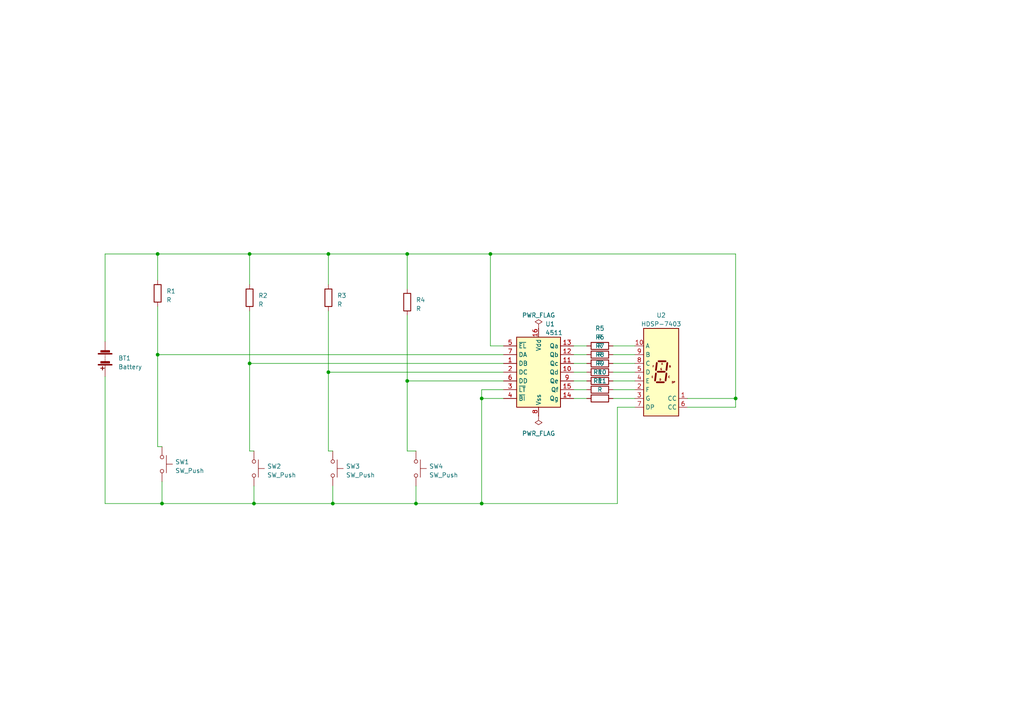
<source format=kicad_sch>
(kicad_sch (version 20230121) (generator eeschema)

  (uuid 82d1990c-3ec8-4627-8d25-6800d86eb12c)

  (paper "A4")

  (lib_symbols
    (symbol "4xxx_IEEE:4511" (in_bom yes) (on_board yes)
      (property "Reference" "U" (at 8.89 11.43 0)
        (effects (font (size 1.27 1.27)))
      )
      (property "Value" "4511" (at 8.89 -11.43 0)
        (effects (font (size 1.27 1.27)))
      )
      (property "Footprint" "" (at 0 0 0)
        (effects (font (size 1.27 1.27)) hide)
      )
      (property "Datasheet" "" (at 0 0 0)
        (effects (font (size 1.27 1.27)) hide)
      )
      (symbol "4511_0_1"
        (rectangle (start -6.35 10.16) (end 6.35 -10.16)
          (stroke (width 0.254) (type default))
          (fill (type background))
        )
      )
      (symbol "4511_1_1"
        (pin input line (at -10.16 2.54 0) (length 3.81)
          (name "DB" (effects (font (size 1.27 1.27))))
          (number "1" (effects (font (size 1.27 1.27))))
        )
        (pin output line (at 10.16 0 180) (length 3.81)
          (name "Qd" (effects (font (size 1.27 1.27))))
          (number "10" (effects (font (size 1.27 1.27))))
        )
        (pin output line (at 10.16 2.54 180) (length 3.81)
          (name "Qc" (effects (font (size 1.27 1.27))))
          (number "11" (effects (font (size 1.27 1.27))))
        )
        (pin output line (at 10.16 5.08 180) (length 3.81)
          (name "Qb" (effects (font (size 1.27 1.27))))
          (number "12" (effects (font (size 1.27 1.27))))
        )
        (pin output line (at 10.16 7.62 180) (length 3.81)
          (name "Qa" (effects (font (size 1.27 1.27))))
          (number "13" (effects (font (size 1.27 1.27))))
        )
        (pin output line (at 10.16 -7.62 180) (length 3.81)
          (name "Qg" (effects (font (size 1.27 1.27))))
          (number "14" (effects (font (size 1.27 1.27))))
        )
        (pin output line (at 10.16 -5.08 180) (length 3.81)
          (name "Qf" (effects (font (size 1.27 1.27))))
          (number "15" (effects (font (size 1.27 1.27))))
        )
        (pin power_in line (at 0 12.7 270) (length 2.54)
          (name "Vdd" (effects (font (size 1.27 1.27))))
          (number "16" (effects (font (size 1.27 1.27))))
        )
        (pin input line (at -10.16 0 0) (length 3.81)
          (name "DC" (effects (font (size 1.27 1.27))))
          (number "2" (effects (font (size 1.27 1.27))))
        )
        (pin input line (at -10.16 -5.08 0) (length 3.81)
          (name "~{LT}" (effects (font (size 1.27 1.27))))
          (number "3" (effects (font (size 1.27 1.27))))
        )
        (pin input line (at -10.16 -7.62 0) (length 3.81)
          (name "~{BI}" (effects (font (size 1.27 1.27))))
          (number "4" (effects (font (size 1.27 1.27))))
        )
        (pin input line (at -10.16 7.62 0) (length 3.81)
          (name "~{EL}" (effects (font (size 1.27 1.27))))
          (number "5" (effects (font (size 1.27 1.27))))
        )
        (pin input line (at -10.16 -2.54 0) (length 3.81)
          (name "DD" (effects (font (size 1.27 1.27))))
          (number "6" (effects (font (size 1.27 1.27))))
        )
        (pin input line (at -10.16 5.08 0) (length 3.81)
          (name "DA" (effects (font (size 1.27 1.27))))
          (number "7" (effects (font (size 1.27 1.27))))
        )
        (pin power_in line (at 0 -12.7 90) (length 2.54)
          (name "Vss" (effects (font (size 1.27 1.27))))
          (number "8" (effects (font (size 1.27 1.27))))
        )
        (pin output line (at 10.16 -2.54 180) (length 3.81)
          (name "Qe" (effects (font (size 1.27 1.27))))
          (number "9" (effects (font (size 1.27 1.27))))
        )
      )
    )
    (symbol "Device:Battery" (pin_numbers hide) (pin_names (offset 0) hide) (in_bom yes) (on_board yes)
      (property "Reference" "BT" (at 2.54 2.54 0)
        (effects (font (size 1.27 1.27)) (justify left))
      )
      (property "Value" "Battery" (at 2.54 0 0)
        (effects (font (size 1.27 1.27)) (justify left))
      )
      (property "Footprint" "" (at 0 1.524 90)
        (effects (font (size 1.27 1.27)) hide)
      )
      (property "Datasheet" "~" (at 0 1.524 90)
        (effects (font (size 1.27 1.27)) hide)
      )
      (property "ki_keywords" "batt voltage-source cell" (at 0 0 0)
        (effects (font (size 1.27 1.27)) hide)
      )
      (property "ki_description" "Multiple-cell battery" (at 0 0 0)
        (effects (font (size 1.27 1.27)) hide)
      )
      (symbol "Battery_0_1"
        (rectangle (start -2.032 -1.397) (end 2.032 -1.651)
          (stroke (width 0) (type default))
          (fill (type outline))
        )
        (rectangle (start -2.032 1.778) (end 2.032 1.524)
          (stroke (width 0) (type default))
          (fill (type outline))
        )
        (rectangle (start -1.3208 -1.9812) (end 1.27 -2.4892)
          (stroke (width 0) (type default))
          (fill (type outline))
        )
        (rectangle (start -1.3208 1.1938) (end 1.27 0.6858)
          (stroke (width 0) (type default))
          (fill (type outline))
        )
        (polyline
          (pts
            (xy 0 -1.524)
            (xy 0 -1.27)
          )
          (stroke (width 0) (type default))
          (fill (type none))
        )
        (polyline
          (pts
            (xy 0 -1.016)
            (xy 0 -0.762)
          )
          (stroke (width 0) (type default))
          (fill (type none))
        )
        (polyline
          (pts
            (xy 0 -0.508)
            (xy 0 -0.254)
          )
          (stroke (width 0) (type default))
          (fill (type none))
        )
        (polyline
          (pts
            (xy 0 0)
            (xy 0 0.254)
          )
          (stroke (width 0) (type default))
          (fill (type none))
        )
        (polyline
          (pts
            (xy 0 0.508)
            (xy 0 0.762)
          )
          (stroke (width 0) (type default))
          (fill (type none))
        )
        (polyline
          (pts
            (xy 0 1.778)
            (xy 0 2.54)
          )
          (stroke (width 0) (type default))
          (fill (type none))
        )
        (polyline
          (pts
            (xy 0.254 2.667)
            (xy 1.27 2.667)
          )
          (stroke (width 0.254) (type default))
          (fill (type none))
        )
        (polyline
          (pts
            (xy 0.762 3.175)
            (xy 0.762 2.159)
          )
          (stroke (width 0.254) (type default))
          (fill (type none))
        )
      )
      (symbol "Battery_1_1"
        (pin passive line (at 0 5.08 270) (length 2.54)
          (name "+" (effects (font (size 1.27 1.27))))
          (number "1" (effects (font (size 1.27 1.27))))
        )
        (pin passive line (at 0 -5.08 90) (length 2.54)
          (name "-" (effects (font (size 1.27 1.27))))
          (number "2" (effects (font (size 1.27 1.27))))
        )
      )
    )
    (symbol "Device:R" (pin_numbers hide) (pin_names (offset 0)) (in_bom yes) (on_board yes)
      (property "Reference" "R" (at 2.032 0 90)
        (effects (font (size 1.27 1.27)))
      )
      (property "Value" "R" (at 0 0 90)
        (effects (font (size 1.27 1.27)))
      )
      (property "Footprint" "" (at -1.778 0 90)
        (effects (font (size 1.27 1.27)) hide)
      )
      (property "Datasheet" "~" (at 0 0 0)
        (effects (font (size 1.27 1.27)) hide)
      )
      (property "ki_keywords" "R res resistor" (at 0 0 0)
        (effects (font (size 1.27 1.27)) hide)
      )
      (property "ki_description" "Resistor" (at 0 0 0)
        (effects (font (size 1.27 1.27)) hide)
      )
      (property "ki_fp_filters" "R_*" (at 0 0 0)
        (effects (font (size 1.27 1.27)) hide)
      )
      (symbol "R_0_1"
        (rectangle (start -1.016 -2.54) (end 1.016 2.54)
          (stroke (width 0.254) (type default))
          (fill (type none))
        )
      )
      (symbol "R_1_1"
        (pin passive line (at 0 3.81 270) (length 1.27)
          (name "~" (effects (font (size 1.27 1.27))))
          (number "1" (effects (font (size 1.27 1.27))))
        )
        (pin passive line (at 0 -3.81 90) (length 1.27)
          (name "~" (effects (font (size 1.27 1.27))))
          (number "2" (effects (font (size 1.27 1.27))))
        )
      )
    )
    (symbol "Display_Character:HDSP-7403" (in_bom yes) (on_board yes)
      (property "Reference" "U" (at -3.81 13.97 0)
        (effects (font (size 1.27 1.27)))
      )
      (property "Value" "HDSP-7403" (at 6.35 13.97 0)
        (effects (font (size 1.27 1.27)))
      )
      (property "Footprint" "Display_7Segment:HDSP-7401" (at 0 -13.97 0)
        (effects (font (size 1.27 1.27)) hide)
      )
      (property "Datasheet" "https://docs.broadcom.com/docs/AV02-2553EN" (at 0 0 0)
        (effects (font (size 1.27 1.27)) hide)
      )
      (property "ki_keywords" "display LED 7-segment" (at 0 0 0)
        (effects (font (size 1.27 1.27)) hide)
      )
      (property "ki_description" "One digit 7 segment yellow, common cathode" (at 0 0 0)
        (effects (font (size 1.27 1.27)) hide)
      )
      (property "ki_fp_filters" "HDSP?7401*" (at 0 0 0)
        (effects (font (size 1.27 1.27)) hide)
      )
      (symbol "HDSP-7403_1_0"
        (text "A" (at 0.254 2.413 0)
          (effects (font (size 0.508 0.508)))
        )
        (text "B" (at 2.54 1.651 0)
          (effects (font (size 0.508 0.508)))
        )
        (text "C" (at 2.286 -1.397 0)
          (effects (font (size 0.508 0.508)))
        )
        (text "D" (at -0.254 -2.159 0)
          (effects (font (size 0.508 0.508)))
        )
        (text "DP" (at 3.556 -2.921 0)
          (effects (font (size 0.508 0.508)))
        )
        (text "E" (at -2.54 -1.397 0)
          (effects (font (size 0.508 0.508)))
        )
        (text "F" (at -2.286 1.651 0)
          (effects (font (size 0.508 0.508)))
        )
        (text "G" (at 0 0.889 0)
          (effects (font (size 0.508 0.508)))
        )
      )
      (symbol "HDSP-7403_1_1"
        (rectangle (start -5.08 12.7) (end 5.08 -12.7)
          (stroke (width 0.254) (type default))
          (fill (type background))
        )
        (polyline
          (pts
            (xy -1.524 -0.381)
            (xy -1.778 -2.413)
          )
          (stroke (width 0.508) (type default))
          (fill (type none))
        )
        (polyline
          (pts
            (xy -1.27 -2.921)
            (xy 0.762 -2.921)
          )
          (stroke (width 0.508) (type default))
          (fill (type none))
        )
        (polyline
          (pts
            (xy -1.27 2.667)
            (xy -1.524 0.635)
          )
          (stroke (width 0.508) (type default))
          (fill (type none))
        )
        (polyline
          (pts
            (xy -1.016 0.127)
            (xy 1.016 0.127)
          )
          (stroke (width 0.508) (type default))
          (fill (type none))
        )
        (polyline
          (pts
            (xy -0.762 3.175)
            (xy 1.27 3.175)
          )
          (stroke (width 0.508) (type default))
          (fill (type none))
        )
        (polyline
          (pts
            (xy 1.524 -0.381)
            (xy 1.27 -2.413)
          )
          (stroke (width 0.508) (type default))
          (fill (type none))
        )
        (polyline
          (pts
            (xy 1.778 2.667)
            (xy 1.524 0.635)
          )
          (stroke (width 0.508) (type default))
          (fill (type none))
        )
        (polyline
          (pts
            (xy 2.54 -2.921)
            (xy 2.54 -2.921)
          )
          (stroke (width 0.508) (type default))
          (fill (type none))
        )
        (pin input line (at 7.62 -7.62 180) (length 2.54)
          (name "CC" (effects (font (size 1.27 1.27))))
          (number "1" (effects (font (size 1.27 1.27))))
        )
        (pin input line (at -7.62 7.62 0) (length 2.54)
          (name "A" (effects (font (size 1.27 1.27))))
          (number "10" (effects (font (size 1.27 1.27))))
        )
        (pin input line (at -7.62 -5.08 0) (length 2.54)
          (name "F" (effects (font (size 1.27 1.27))))
          (number "2" (effects (font (size 1.27 1.27))))
        )
        (pin input line (at -7.62 -7.62 0) (length 2.54)
          (name "G" (effects (font (size 1.27 1.27))))
          (number "3" (effects (font (size 1.27 1.27))))
        )
        (pin input line (at -7.62 -2.54 0) (length 2.54)
          (name "E" (effects (font (size 1.27 1.27))))
          (number "4" (effects (font (size 1.27 1.27))))
        )
        (pin input line (at -7.62 0 0) (length 2.54)
          (name "D" (effects (font (size 1.27 1.27))))
          (number "5" (effects (font (size 1.27 1.27))))
        )
        (pin input line (at 7.62 -10.16 180) (length 2.54)
          (name "CC" (effects (font (size 1.27 1.27))))
          (number "6" (effects (font (size 1.27 1.27))))
        )
        (pin input line (at -7.62 -10.16 0) (length 2.54)
          (name "DP" (effects (font (size 1.27 1.27))))
          (number "7" (effects (font (size 1.27 1.27))))
        )
        (pin input line (at -7.62 2.54 0) (length 2.54)
          (name "C" (effects (font (size 1.27 1.27))))
          (number "8" (effects (font (size 1.27 1.27))))
        )
        (pin input line (at -7.62 5.08 0) (length 2.54)
          (name "B" (effects (font (size 1.27 1.27))))
          (number "9" (effects (font (size 1.27 1.27))))
        )
      )
    )
    (symbol "Switch:SW_Push" (pin_numbers hide) (pin_names (offset 1.016) hide) (in_bom yes) (on_board yes)
      (property "Reference" "SW" (at 1.27 2.54 0)
        (effects (font (size 1.27 1.27)) (justify left))
      )
      (property "Value" "SW_Push" (at 0 -1.524 0)
        (effects (font (size 1.27 1.27)))
      )
      (property "Footprint" "" (at 0 5.08 0)
        (effects (font (size 1.27 1.27)) hide)
      )
      (property "Datasheet" "~" (at 0 5.08 0)
        (effects (font (size 1.27 1.27)) hide)
      )
      (property "ki_keywords" "switch normally-open pushbutton push-button" (at 0 0 0)
        (effects (font (size 1.27 1.27)) hide)
      )
      (property "ki_description" "Push button switch, generic, two pins" (at 0 0 0)
        (effects (font (size 1.27 1.27)) hide)
      )
      (symbol "SW_Push_0_1"
        (circle (center -2.032 0) (radius 0.508)
          (stroke (width 0) (type default))
          (fill (type none))
        )
        (polyline
          (pts
            (xy 0 1.27)
            (xy 0 3.048)
          )
          (stroke (width 0) (type default))
          (fill (type none))
        )
        (polyline
          (pts
            (xy 2.54 1.27)
            (xy -2.54 1.27)
          )
          (stroke (width 0) (type default))
          (fill (type none))
        )
        (circle (center 2.032 0) (radius 0.508)
          (stroke (width 0) (type default))
          (fill (type none))
        )
        (pin passive line (at -5.08 0 0) (length 2.54)
          (name "1" (effects (font (size 1.27 1.27))))
          (number "1" (effects (font (size 1.27 1.27))))
        )
        (pin passive line (at 5.08 0 180) (length 2.54)
          (name "2" (effects (font (size 1.27 1.27))))
          (number "2" (effects (font (size 1.27 1.27))))
        )
      )
    )
    (symbol "power:PWR_FLAG" (power) (pin_numbers hide) (pin_names (offset 0) hide) (in_bom yes) (on_board yes)
      (property "Reference" "#FLG" (at 0 1.905 0)
        (effects (font (size 1.27 1.27)) hide)
      )
      (property "Value" "PWR_FLAG" (at 0 3.81 0)
        (effects (font (size 1.27 1.27)))
      )
      (property "Footprint" "" (at 0 0 0)
        (effects (font (size 1.27 1.27)) hide)
      )
      (property "Datasheet" "~" (at 0 0 0)
        (effects (font (size 1.27 1.27)) hide)
      )
      (property "ki_keywords" "flag power" (at 0 0 0)
        (effects (font (size 1.27 1.27)) hide)
      )
      (property "ki_description" "Special symbol for telling ERC where power comes from" (at 0 0 0)
        (effects (font (size 1.27 1.27)) hide)
      )
      (symbol "PWR_FLAG_0_0"
        (pin power_out line (at 0 0 90) (length 0)
          (name "pwr" (effects (font (size 1.27 1.27))))
          (number "1" (effects (font (size 1.27 1.27))))
        )
      )
      (symbol "PWR_FLAG_0_1"
        (polyline
          (pts
            (xy 0 0)
            (xy 0 1.27)
            (xy -1.016 1.905)
            (xy 0 2.54)
            (xy 1.016 1.905)
            (xy 0 1.27)
          )
          (stroke (width 0) (type default))
          (fill (type none))
        )
      )
    )
  )

  (junction (at 72.39 105.41) (diameter 0) (color 0 0 0 0)
    (uuid 0c3b4db7-3964-412d-a030-75ac03f5c2b9)
  )
  (junction (at 118.11 110.49) (diameter 0) (color 0 0 0 0)
    (uuid 10ef8aec-cfdb-4aa1-86b4-6036729870be)
  )
  (junction (at 118.11 73.66) (diameter 0) (color 0 0 0 0)
    (uuid 18630ef0-40a8-4938-8d7b-e22ad9184be9)
  )
  (junction (at 139.7 115.57) (diameter 0) (color 0 0 0 0)
    (uuid 1e6b824a-8c65-44dc-a12b-ef347a04a48d)
  )
  (junction (at 45.72 102.87) (diameter 0) (color 0 0 0 0)
    (uuid 2ec5950b-cc74-4581-8307-f428cfc8cd1e)
  )
  (junction (at 139.7 146.05) (diameter 0) (color 0 0 0 0)
    (uuid 3878dec1-cca9-4f83-89c0-7d89b9df09ba)
  )
  (junction (at 73.66 146.05) (diameter 0) (color 0 0 0 0)
    (uuid 63d2d412-47e7-4eec-b85a-9452f394c2b5)
  )
  (junction (at 46.99 146.05) (diameter 0) (color 0 0 0 0)
    (uuid 93974e53-e6e5-489d-8a90-533068717efe)
  )
  (junction (at 45.72 73.66) (diameter 0) (color 0 0 0 0)
    (uuid 992707f2-fbdd-44b3-918b-3c0830b863ad)
  )
  (junction (at 95.25 107.95) (diameter 0) (color 0 0 0 0)
    (uuid bc3b9463-ffd5-439c-84af-22debe8752fb)
  )
  (junction (at 142.24 73.66) (diameter 0) (color 0 0 0 0)
    (uuid c1d6abe4-1e62-455d-b9da-bf2891ce25d0)
  )
  (junction (at 95.25 73.66) (diameter 0) (color 0 0 0 0)
    (uuid c681f5af-0ace-4d6b-9548-0fb3fda866f9)
  )
  (junction (at 72.39 73.66) (diameter 0) (color 0 0 0 0)
    (uuid d762eb98-9211-4a07-a60c-39c9685b552c)
  )
  (junction (at 213.36 115.57) (diameter 0) (color 0 0 0 0)
    (uuid df9650f9-280f-4c61-9376-b47618165a04)
  )
  (junction (at 96.52 146.05) (diameter 0) (color 0 0 0 0)
    (uuid dfa3da06-0d34-4ecf-8a7b-e8697d572361)
  )
  (junction (at 120.65 146.05) (diameter 0) (color 0 0 0 0)
    (uuid ed78ef86-02df-4098-a265-a2bb8e98d3f0)
  )

  (wire (pts (xy 30.48 109.22) (xy 30.48 146.05))
    (stroke (width 0) (type default))
    (uuid 002e8426-abcc-4148-9bf5-a149b8bce669)
  )
  (wire (pts (xy 213.36 115.57) (xy 199.39 115.57))
    (stroke (width 0) (type default))
    (uuid 00e58f68-043d-484c-ba95-e600489a921a)
  )
  (wire (pts (xy 142.24 73.66) (xy 213.36 73.66))
    (stroke (width 0) (type default))
    (uuid 0242ca5d-8cfb-46af-bd86-40fa7bd9cbb0)
  )
  (wire (pts (xy 139.7 113.03) (xy 146.05 113.03))
    (stroke (width 0) (type default))
    (uuid 08375102-7df4-48e7-8738-ab335c741421)
  )
  (wire (pts (xy 45.72 102.87) (xy 45.72 129.54))
    (stroke (width 0) (type default))
    (uuid 13531243-066c-415e-b14c-606ab58e5750)
  )
  (wire (pts (xy 95.25 90.17) (xy 95.25 107.95))
    (stroke (width 0) (type default))
    (uuid 1d3eba89-5dba-455e-86d5-78af8f6bb055)
  )
  (wire (pts (xy 45.72 129.54) (xy 46.99 129.54))
    (stroke (width 0) (type default))
    (uuid 1f54b3e3-b23c-476e-afcb-6232f44f1728)
  )
  (wire (pts (xy 72.39 73.66) (xy 95.25 73.66))
    (stroke (width 0) (type default))
    (uuid 2ad2076d-016b-4ea6-a147-36a6655ca855)
  )
  (wire (pts (xy 213.36 115.57) (xy 213.36 118.11))
    (stroke (width 0) (type default))
    (uuid 2cb8b304-1fbb-41d9-b25a-942755dec349)
  )
  (wire (pts (xy 177.8 105.41) (xy 184.15 105.41))
    (stroke (width 0) (type default))
    (uuid 2e270403-4d98-42b0-8c04-e045c3c760e4)
  )
  (wire (pts (xy 166.37 107.95) (xy 170.18 107.95))
    (stroke (width 0) (type default))
    (uuid 34f09e74-8746-443c-9f26-b2e82bab2ed2)
  )
  (wire (pts (xy 118.11 73.66) (xy 142.24 73.66))
    (stroke (width 0) (type default))
    (uuid 352c019c-9f0b-4cd4-996c-293191c3a52a)
  )
  (wire (pts (xy 30.48 99.06) (xy 30.48 73.66))
    (stroke (width 0) (type default))
    (uuid 40bfe7d6-4d1a-4085-be70-47743df8923c)
  )
  (wire (pts (xy 96.52 140.97) (xy 96.52 146.05))
    (stroke (width 0) (type default))
    (uuid 449d48da-e650-4c0f-a7d9-df2d6abecdb4)
  )
  (wire (pts (xy 46.99 146.05) (xy 73.66 146.05))
    (stroke (width 0) (type default))
    (uuid 4624253a-47c4-4db9-b307-01bb1a5b16f3)
  )
  (wire (pts (xy 118.11 83.82) (xy 118.11 73.66))
    (stroke (width 0) (type default))
    (uuid 47d9fb3f-58fa-49f0-860f-d5d25ac1f2f8)
  )
  (wire (pts (xy 166.37 102.87) (xy 170.18 102.87))
    (stroke (width 0) (type default))
    (uuid 4a90b1c6-6b1a-4f1d-a602-653d19090e98)
  )
  (wire (pts (xy 95.25 130.81) (xy 96.52 130.81))
    (stroke (width 0) (type default))
    (uuid 522cc87e-fe73-4290-b563-9680c45c0ea3)
  )
  (wire (pts (xy 166.37 115.57) (xy 170.18 115.57))
    (stroke (width 0) (type default))
    (uuid 524e2431-9067-4abe-a564-9b1134fe6f46)
  )
  (wire (pts (xy 166.37 100.33) (xy 170.18 100.33))
    (stroke (width 0) (type default))
    (uuid 588faa0f-461f-42fb-b876-cedb1cbd49d3)
  )
  (wire (pts (xy 213.36 73.66) (xy 213.36 115.57))
    (stroke (width 0) (type default))
    (uuid 5d01c42e-dc67-4a9f-8359-2919abd14065)
  )
  (wire (pts (xy 139.7 115.57) (xy 146.05 115.57))
    (stroke (width 0) (type default))
    (uuid 639431ae-7ce3-4af3-b8a2-04f015017522)
  )
  (wire (pts (xy 120.65 146.05) (xy 139.7 146.05))
    (stroke (width 0) (type default))
    (uuid 686260ed-367a-4289-9d4c-57662ea7cb74)
  )
  (wire (pts (xy 118.11 91.44) (xy 118.11 110.49))
    (stroke (width 0) (type default))
    (uuid 6a4e4fb4-42c0-4ed7-b834-a2c5d6251b2c)
  )
  (wire (pts (xy 95.25 107.95) (xy 146.05 107.95))
    (stroke (width 0) (type default))
    (uuid 6b28ad28-c616-4f13-8b5c-006a6891b604)
  )
  (wire (pts (xy 118.11 130.81) (xy 120.65 130.81))
    (stroke (width 0) (type default))
    (uuid 6e420f2c-7469-484a-b5dc-938776f8db92)
  )
  (wire (pts (xy 46.99 139.7) (xy 46.99 146.05))
    (stroke (width 0) (type default))
    (uuid 70057034-03eb-4aab-8596-5f3719a7303c)
  )
  (wire (pts (xy 177.8 107.95) (xy 184.15 107.95))
    (stroke (width 0) (type default))
    (uuid 7214aaf9-159e-4835-abd6-3195d38ad4c4)
  )
  (wire (pts (xy 72.39 90.17) (xy 72.39 105.41))
    (stroke (width 0) (type default))
    (uuid 728c43cb-3ed6-4daa-8789-2c12320dfced)
  )
  (wire (pts (xy 166.37 105.41) (xy 170.18 105.41))
    (stroke (width 0) (type default))
    (uuid 749c1f1e-a0ff-406e-a7db-ad8b8122b658)
  )
  (wire (pts (xy 139.7 146.05) (xy 139.7 115.57))
    (stroke (width 0) (type default))
    (uuid 7d398a84-5199-49e2-8d09-1117042f0aa4)
  )
  (wire (pts (xy 177.8 115.57) (xy 184.15 115.57))
    (stroke (width 0) (type default))
    (uuid 7fae4f5d-d41c-4199-90f1-8c9d116022ec)
  )
  (wire (pts (xy 120.65 140.97) (xy 120.65 146.05))
    (stroke (width 0) (type default))
    (uuid 854ff5ed-e89a-4802-b10b-a7860385b4d8)
  )
  (wire (pts (xy 142.24 100.33) (xy 142.24 73.66))
    (stroke (width 0) (type default))
    (uuid 89ebf270-cdff-41a3-ada9-0afa3e8fc7a6)
  )
  (wire (pts (xy 177.8 100.33) (xy 184.15 100.33))
    (stroke (width 0) (type default))
    (uuid 8d75224e-9182-4758-866a-58fbef20ed69)
  )
  (wire (pts (xy 73.66 140.97) (xy 73.66 146.05))
    (stroke (width 0) (type default))
    (uuid 91d79bca-3af4-4bfb-a756-8c22a00e959e)
  )
  (wire (pts (xy 139.7 146.05) (xy 179.07 146.05))
    (stroke (width 0) (type default))
    (uuid 9682a8a6-c6a4-453e-aa86-a72106042979)
  )
  (wire (pts (xy 95.25 73.66) (xy 95.25 82.55))
    (stroke (width 0) (type default))
    (uuid 9843f40b-51dc-4da8-8aba-48bb4eb49e36)
  )
  (wire (pts (xy 179.07 146.05) (xy 179.07 118.11))
    (stroke (width 0) (type default))
    (uuid a33b8067-159a-47bb-bc05-808880a61d7c)
  )
  (wire (pts (xy 166.37 110.49) (xy 170.18 110.49))
    (stroke (width 0) (type default))
    (uuid a3645c3e-1ce2-49a1-bf6f-330926ae1070)
  )
  (wire (pts (xy 146.05 102.87) (xy 45.72 102.87))
    (stroke (width 0) (type default))
    (uuid a5dfca35-b665-4d34-965a-54877f3b0a7d)
  )
  (wire (pts (xy 95.25 73.66) (xy 118.11 73.66))
    (stroke (width 0) (type default))
    (uuid a6787d77-9fc0-441c-b02e-fbee0936a91e)
  )
  (wire (pts (xy 45.72 73.66) (xy 72.39 73.66))
    (stroke (width 0) (type default))
    (uuid b0b2ab5e-a36d-4cc3-a272-5853486efd8c)
  )
  (wire (pts (xy 139.7 115.57) (xy 139.7 113.03))
    (stroke (width 0) (type default))
    (uuid b90e9ecb-769e-4796-b68b-106c918d16eb)
  )
  (wire (pts (xy 72.39 73.66) (xy 72.39 82.55))
    (stroke (width 0) (type default))
    (uuid b9bc7a1e-c9ec-400a-889d-b5849bee361e)
  )
  (wire (pts (xy 95.25 107.95) (xy 95.25 130.81))
    (stroke (width 0) (type default))
    (uuid bc0b0d1d-4c7c-43fd-9239-007c9a835e9b)
  )
  (wire (pts (xy 72.39 105.41) (xy 72.39 130.81))
    (stroke (width 0) (type default))
    (uuid bc95e2ef-742b-456c-b2a5-5ed5ba256e2d)
  )
  (wire (pts (xy 30.48 73.66) (xy 45.72 73.66))
    (stroke (width 0) (type default))
    (uuid bf0fc509-41f8-42c7-a644-abbf4ee92358)
  )
  (wire (pts (xy 177.8 110.49) (xy 184.15 110.49))
    (stroke (width 0) (type default))
    (uuid c0f4eec8-d3e6-4beb-ad8d-6b95264aec6a)
  )
  (wire (pts (xy 177.8 113.03) (xy 184.15 113.03))
    (stroke (width 0) (type default))
    (uuid c1023cc9-6ec2-40b5-8a64-5e8180261d0b)
  )
  (wire (pts (xy 166.37 113.03) (xy 170.18 113.03))
    (stroke (width 0) (type default))
    (uuid c21d0d48-8242-43d3-9cb9-9a3a0ed56de4)
  )
  (wire (pts (xy 96.52 146.05) (xy 120.65 146.05))
    (stroke (width 0) (type default))
    (uuid c3520279-6d44-449b-a11a-e6a4fc1118a7)
  )
  (wire (pts (xy 177.8 102.87) (xy 184.15 102.87))
    (stroke (width 0) (type default))
    (uuid c802fe05-2cca-47f4-9b54-7cd792252f21)
  )
  (wire (pts (xy 199.39 118.11) (xy 213.36 118.11))
    (stroke (width 0) (type default))
    (uuid c9eb79c5-ef16-492c-9d73-a938d6a429bb)
  )
  (wire (pts (xy 146.05 100.33) (xy 142.24 100.33))
    (stroke (width 0) (type default))
    (uuid caf357e8-3a14-4dc9-9e36-583ff4d73268)
  )
  (wire (pts (xy 179.07 118.11) (xy 184.15 118.11))
    (stroke (width 0) (type default))
    (uuid d0a3efd6-60f0-4a4f-82a5-602f284772ab)
  )
  (wire (pts (xy 73.66 146.05) (xy 96.52 146.05))
    (stroke (width 0) (type default))
    (uuid db026945-bc04-495e-8209-0068c63c4c6e)
  )
  (wire (pts (xy 118.11 110.49) (xy 118.11 130.81))
    (stroke (width 0) (type default))
    (uuid dde7f2fd-2202-4c62-953d-9682c3f524b0)
  )
  (wire (pts (xy 30.48 146.05) (xy 46.99 146.05))
    (stroke (width 0) (type default))
    (uuid de54ad14-b253-4f44-83a9-9c08ee49a1d7)
  )
  (wire (pts (xy 72.39 130.81) (xy 73.66 130.81))
    (stroke (width 0) (type default))
    (uuid e213ae86-3efd-4b21-8b23-316c999bd8f1)
  )
  (wire (pts (xy 45.72 88.9) (xy 45.72 102.87))
    (stroke (width 0) (type default))
    (uuid eb9808fb-d7b9-40eb-bcca-b931200dbcd0)
  )
  (wire (pts (xy 45.72 73.66) (xy 45.72 81.28))
    (stroke (width 0) (type default))
    (uuid f05a53ea-7573-41d5-9526-d22b3ee0cd6c)
  )
  (wire (pts (xy 146.05 110.49) (xy 118.11 110.49))
    (stroke (width 0) (type default))
    (uuid f665b0d5-1f48-49be-bbc8-4b69ca975d1b)
  )
  (wire (pts (xy 72.39 105.41) (xy 146.05 105.41))
    (stroke (width 0) (type default))
    (uuid f823e28d-0ce8-4d21-9892-60ec591f181f)
  )

  (symbol (lib_id "Device:R") (at 173.99 115.57 90) (unit 1)
    (in_bom yes) (on_board yes) (dnp no) (fields_autoplaced)
    (uuid 0299403a-263a-4971-99c3-5c0c2353b770)
    (property "Reference" "R11" (at 173.99 110.49 90)
      (effects (font (size 1.27 1.27)))
    )
    (property "Value" "R" (at 173.99 113.03 90)
      (effects (font (size 1.27 1.27)))
    )
    (property "Footprint" "" (at 173.99 117.348 90)
      (effects (font (size 1.27 1.27)) hide)
    )
    (property "Datasheet" "~" (at 173.99 115.57 0)
      (effects (font (size 1.27 1.27)) hide)
    )
    (pin "1" (uuid 1adb2a11-6be2-477e-b224-3af384c868d8))
    (pin "2" (uuid 99ce7fc1-b9c4-4d9e-8e97-a4aa4068104b))
    (instances
      (project "7 segment"
        (path "/82d1990c-3ec8-4627-8d25-6800d86eb12c"
          (reference "R11") (unit 1)
        )
      )
    )
  )

  (symbol (lib_id "Switch:SW_Push") (at 120.65 135.89 270) (unit 1)
    (in_bom yes) (on_board yes) (dnp no) (fields_autoplaced)
    (uuid 0e0eb2f2-3f6c-4a5e-8730-f0df8293108f)
    (property "Reference" "SW4" (at 124.46 135.255 90)
      (effects (font (size 1.27 1.27)) (justify left))
    )
    (property "Value" "SW_Push" (at 124.46 137.795 90)
      (effects (font (size 1.27 1.27)) (justify left))
    )
    (property "Footprint" "" (at 125.73 135.89 0)
      (effects (font (size 1.27 1.27)) hide)
    )
    (property "Datasheet" "~" (at 125.73 135.89 0)
      (effects (font (size 1.27 1.27)) hide)
    )
    (pin "1" (uuid 94796edd-1c1d-4f25-a973-5433032d8ed4))
    (pin "2" (uuid 47ab21c7-74b5-4dc3-8b34-185d8ed07be8))
    (instances
      (project "7 segment"
        (path "/82d1990c-3ec8-4627-8d25-6800d86eb12c"
          (reference "SW4") (unit 1)
        )
      )
    )
  )

  (symbol (lib_id "power:PWR_FLAG") (at 156.21 95.25 0) (unit 1)
    (in_bom yes) (on_board yes) (dnp no) (fields_autoplaced)
    (uuid 119afecb-6e9a-46a7-a617-fdfd005b36a0)
    (property "Reference" "#FLG01" (at 156.21 93.345 0)
      (effects (font (size 1.27 1.27)) hide)
    )
    (property "Value" "PWR_FLAG" (at 156.21 91.44 0)
      (effects (font (size 1.27 1.27)))
    )
    (property "Footprint" "" (at 156.21 95.25 0)
      (effects (font (size 1.27 1.27)) hide)
    )
    (property "Datasheet" "~" (at 156.21 95.25 0)
      (effects (font (size 1.27 1.27)) hide)
    )
    (pin "1" (uuid 231e7c6f-f9f5-4574-98d5-e8a8d33fe0a1))
    (instances
      (project "7 segment"
        (path "/82d1990c-3ec8-4627-8d25-6800d86eb12c"
          (reference "#FLG01") (unit 1)
        )
      )
    )
  )

  (symbol (lib_id "Switch:SW_Push") (at 96.52 135.89 270) (unit 1)
    (in_bom yes) (on_board yes) (dnp no) (fields_autoplaced)
    (uuid 3e712128-29b6-49b6-951c-2b757796afaa)
    (property "Reference" "SW3" (at 100.33 135.255 90)
      (effects (font (size 1.27 1.27)) (justify left))
    )
    (property "Value" "SW_Push" (at 100.33 137.795 90)
      (effects (font (size 1.27 1.27)) (justify left))
    )
    (property "Footprint" "" (at 101.6 135.89 0)
      (effects (font (size 1.27 1.27)) hide)
    )
    (property "Datasheet" "~" (at 101.6 135.89 0)
      (effects (font (size 1.27 1.27)) hide)
    )
    (pin "1" (uuid ac000fc5-e15a-4e6c-9e18-6b69e1f91181))
    (pin "2" (uuid e1e649a9-fcad-4e12-a422-79ddb6be6a0a))
    (instances
      (project "7 segment"
        (path "/82d1990c-3ec8-4627-8d25-6800d86eb12c"
          (reference "SW3") (unit 1)
        )
      )
    )
  )

  (symbol (lib_id "Device:Battery") (at 30.48 104.14 180) (unit 1)
    (in_bom yes) (on_board yes) (dnp no) (fields_autoplaced)
    (uuid 4c377f29-0a7c-4d61-a789-48950abc9c8b)
    (property "Reference" "BT1" (at 34.29 103.886 0)
      (effects (font (size 1.27 1.27)) (justify right))
    )
    (property "Value" "Battery" (at 34.29 106.426 0)
      (effects (font (size 1.27 1.27)) (justify right))
    )
    (property "Footprint" "" (at 30.48 105.664 90)
      (effects (font (size 1.27 1.27)) hide)
    )
    (property "Datasheet" "~" (at 30.48 105.664 90)
      (effects (font (size 1.27 1.27)) hide)
    )
    (pin "1" (uuid 0a971a04-ab5c-40d8-a234-17b8262eda24))
    (pin "2" (uuid c2f36517-ee4c-40ab-8b0b-f894ec0e9161))
    (instances
      (project "7 segment"
        (path "/82d1990c-3ec8-4627-8d25-6800d86eb12c"
          (reference "BT1") (unit 1)
        )
      )
    )
  )

  (symbol (lib_id "Device:R") (at 173.99 113.03 90) (unit 1)
    (in_bom yes) (on_board yes) (dnp no) (fields_autoplaced)
    (uuid 56871411-5c29-4603-98c8-4942c4f268ea)
    (property "Reference" "R10" (at 173.99 107.95 90)
      (effects (font (size 1.27 1.27)))
    )
    (property "Value" "R" (at 173.99 110.49 90)
      (effects (font (size 1.27 1.27)))
    )
    (property "Footprint" "" (at 173.99 114.808 90)
      (effects (font (size 1.27 1.27)) hide)
    )
    (property "Datasheet" "~" (at 173.99 113.03 0)
      (effects (font (size 1.27 1.27)) hide)
    )
    (pin "1" (uuid c8602836-00eb-4625-884d-224166de821d))
    (pin "2" (uuid fd9938df-e3e8-4ea0-b599-944c39b7d716))
    (instances
      (project "7 segment"
        (path "/82d1990c-3ec8-4627-8d25-6800d86eb12c"
          (reference "R10") (unit 1)
        )
      )
    )
  )

  (symbol (lib_id "Device:R") (at 173.99 100.33 90) (unit 1)
    (in_bom yes) (on_board yes) (dnp no) (fields_autoplaced)
    (uuid 650b27e5-bb95-408f-86ab-977371590b7e)
    (property "Reference" "R5" (at 173.99 95.25 90)
      (effects (font (size 1.27 1.27)))
    )
    (property "Value" "R" (at 173.99 97.79 90)
      (effects (font (size 1.27 1.27)))
    )
    (property "Footprint" "" (at 173.99 102.108 90)
      (effects (font (size 1.27 1.27)) hide)
    )
    (property "Datasheet" "~" (at 173.99 100.33 0)
      (effects (font (size 1.27 1.27)) hide)
    )
    (pin "1" (uuid 98d12862-fbbe-4850-87ff-eaa768ec30d4))
    (pin "2" (uuid 415459f9-ea44-4c1a-91aa-9ee0267dbe12))
    (instances
      (project "7 segment"
        (path "/82d1990c-3ec8-4627-8d25-6800d86eb12c"
          (reference "R5") (unit 1)
        )
      )
    )
  )

  (symbol (lib_id "Device:R") (at 72.39 86.36 0) (unit 1)
    (in_bom yes) (on_board yes) (dnp no) (fields_autoplaced)
    (uuid 6c82c3aa-5082-42b2-a015-e230223dbd04)
    (property "Reference" "R2" (at 74.93 85.725 0)
      (effects (font (size 1.27 1.27)) (justify left))
    )
    (property "Value" "R" (at 74.93 88.265 0)
      (effects (font (size 1.27 1.27)) (justify left))
    )
    (property "Footprint" "" (at 70.612 86.36 90)
      (effects (font (size 1.27 1.27)) hide)
    )
    (property "Datasheet" "~" (at 72.39 86.36 0)
      (effects (font (size 1.27 1.27)) hide)
    )
    (pin "1" (uuid 0716f48c-24d8-452a-bde3-bf16f8fdb29f))
    (pin "2" (uuid 7391070d-77cd-4596-8f3c-c961f7329e4f))
    (instances
      (project "7 segment"
        (path "/82d1990c-3ec8-4627-8d25-6800d86eb12c"
          (reference "R2") (unit 1)
        )
      )
    )
  )

  (symbol (lib_id "power:PWR_FLAG") (at 156.21 120.65 180) (unit 1)
    (in_bom yes) (on_board yes) (dnp no) (fields_autoplaced)
    (uuid 86430fb4-b134-45cd-9740-f5b0dcd4da2d)
    (property "Reference" "#FLG02" (at 156.21 122.555 0)
      (effects (font (size 1.27 1.27)) hide)
    )
    (property "Value" "PWR_FLAG" (at 156.21 125.73 0)
      (effects (font (size 1.27 1.27)))
    )
    (property "Footprint" "" (at 156.21 120.65 0)
      (effects (font (size 1.27 1.27)) hide)
    )
    (property "Datasheet" "~" (at 156.21 120.65 0)
      (effects (font (size 1.27 1.27)) hide)
    )
    (pin "1" (uuid 7f56c1b1-48f1-4583-97bb-cdf0092c203e))
    (instances
      (project "7 segment"
        (path "/82d1990c-3ec8-4627-8d25-6800d86eb12c"
          (reference "#FLG02") (unit 1)
        )
      )
    )
  )

  (symbol (lib_id "Device:R") (at 95.25 86.36 0) (unit 1)
    (in_bom yes) (on_board yes) (dnp no) (fields_autoplaced)
    (uuid 893e4d82-9284-4ab2-adfc-8dfb14fb94f6)
    (property "Reference" "R3" (at 97.79 85.725 0)
      (effects (font (size 1.27 1.27)) (justify left))
    )
    (property "Value" "R" (at 97.79 88.265 0)
      (effects (font (size 1.27 1.27)) (justify left))
    )
    (property "Footprint" "" (at 93.472 86.36 90)
      (effects (font (size 1.27 1.27)) hide)
    )
    (property "Datasheet" "~" (at 95.25 86.36 0)
      (effects (font (size 1.27 1.27)) hide)
    )
    (pin "1" (uuid 35c5f970-d826-438a-86c9-1210fe9b0506))
    (pin "2" (uuid 270d24cb-27d0-4bb9-b020-e9d355bf7aa2))
    (instances
      (project "7 segment"
        (path "/82d1990c-3ec8-4627-8d25-6800d86eb12c"
          (reference "R3") (unit 1)
        )
      )
    )
  )

  (symbol (lib_id "Device:R") (at 173.99 102.87 90) (unit 1)
    (in_bom yes) (on_board yes) (dnp no) (fields_autoplaced)
    (uuid 8fa03184-a77a-48bf-b671-d59f48df15a9)
    (property "Reference" "R6" (at 173.99 97.79 90)
      (effects (font (size 1.27 1.27)))
    )
    (property "Value" "R" (at 173.99 100.33 90)
      (effects (font (size 1.27 1.27)))
    )
    (property "Footprint" "" (at 173.99 104.648 90)
      (effects (font (size 1.27 1.27)) hide)
    )
    (property "Datasheet" "~" (at 173.99 102.87 0)
      (effects (font (size 1.27 1.27)) hide)
    )
    (pin "1" (uuid 8ad72299-a451-4504-8a6a-55c6007fa414))
    (pin "2" (uuid fe428897-d21d-4799-8952-58d56e0d1b4c))
    (instances
      (project "7 segment"
        (path "/82d1990c-3ec8-4627-8d25-6800d86eb12c"
          (reference "R6") (unit 1)
        )
      )
    )
  )

  (symbol (lib_id "Display_Character:HDSP-7403") (at 191.77 107.95 0) (unit 1)
    (in_bom yes) (on_board yes) (dnp no) (fields_autoplaced)
    (uuid 93a0bff7-2537-40c3-876d-fa16104ff54e)
    (property "Reference" "U2" (at 191.77 91.44 0)
      (effects (font (size 1.27 1.27)))
    )
    (property "Value" "HDSP-7403" (at 191.77 93.98 0)
      (effects (font (size 1.27 1.27)))
    )
    (property "Footprint" "Display_7Segment:HDSP-7401" (at 191.77 121.92 0)
      (effects (font (size 1.27 1.27)) hide)
    )
    (property "Datasheet" "https://docs.broadcom.com/docs/AV02-2553EN" (at 191.77 107.95 0)
      (effects (font (size 1.27 1.27)) hide)
    )
    (pin "1" (uuid 24f2d729-a10d-4948-92ad-2d448c91b14f))
    (pin "10" (uuid d6651847-c1f0-4e8a-9b08-a439ed4c8f0c))
    (pin "2" (uuid 41e902e3-97eb-4208-940b-b5866c1da295))
    (pin "3" (uuid ccd3429f-e309-41e9-b194-eac8c25f045d))
    (pin "4" (uuid 7fa14fb7-f6ab-4cb0-a5be-258f56ed59bf))
    (pin "5" (uuid 2a5deb7d-0669-4671-ad49-6be0d58d921a))
    (pin "6" (uuid 072b9d6a-d507-4629-aeb9-79cf0b5f1d53))
    (pin "7" (uuid 22f6ce62-ec83-4c84-806f-20f6d26a8f5e))
    (pin "8" (uuid 6beca67d-1734-4878-8e13-af256b6cf3c5))
    (pin "9" (uuid 1d80f3e5-7ecb-4b26-8cb2-60f6a750fd78))
    (instances
      (project "7 segment"
        (path "/82d1990c-3ec8-4627-8d25-6800d86eb12c"
          (reference "U2") (unit 1)
        )
      )
    )
  )

  (symbol (lib_id "Device:R") (at 173.99 110.49 90) (unit 1)
    (in_bom yes) (on_board yes) (dnp no) (fields_autoplaced)
    (uuid 93e52f3b-717f-4285-8764-443feb56e1ce)
    (property "Reference" "R9" (at 173.99 105.41 90)
      (effects (font (size 1.27 1.27)))
    )
    (property "Value" "R" (at 173.99 107.95 90)
      (effects (font (size 1.27 1.27)))
    )
    (property "Footprint" "" (at 173.99 112.268 90)
      (effects (font (size 1.27 1.27)) hide)
    )
    (property "Datasheet" "~" (at 173.99 110.49 0)
      (effects (font (size 1.27 1.27)) hide)
    )
    (pin "1" (uuid 2b2bd99d-7440-47cd-8fe0-6b00d0af1cc2))
    (pin "2" (uuid 1d3d1f35-fa2b-4e8d-916c-374d85587cf6))
    (instances
      (project "7 segment"
        (path "/82d1990c-3ec8-4627-8d25-6800d86eb12c"
          (reference "R9") (unit 1)
        )
      )
    )
  )

  (symbol (lib_id "4xxx_IEEE:4511") (at 156.21 107.95 0) (unit 1)
    (in_bom yes) (on_board yes) (dnp no) (fields_autoplaced)
    (uuid 9a153c3a-4d41-4a0c-b1af-6fa24775b38a)
    (property "Reference" "U1" (at 158.1659 93.98 0)
      (effects (font (size 1.27 1.27)) (justify left))
    )
    (property "Value" "4511" (at 158.1659 96.52 0)
      (effects (font (size 1.27 1.27)) (justify left))
    )
    (property "Footprint" "" (at 156.21 107.95 0)
      (effects (font (size 1.27 1.27)) hide)
    )
    (property "Datasheet" "" (at 156.21 107.95 0)
      (effects (font (size 1.27 1.27)) hide)
    )
    (pin "1" (uuid 7dd8efd1-4ac0-4f0b-af9a-855107b4a350))
    (pin "10" (uuid ada2d84e-53e8-4531-8225-e3351f298386))
    (pin "11" (uuid 8aa3828a-7d84-450f-8f19-50efefcdbb12))
    (pin "12" (uuid 85151322-946e-44ca-be9c-a5cd751a3dc9))
    (pin "13" (uuid e3344310-c815-4096-9fbf-af731d6b2295))
    (pin "14" (uuid 674d549f-612a-44e4-87e0-c31a726b0de9))
    (pin "15" (uuid 36ecff29-a65e-4a4f-b2e1-fe2bc862cda0))
    (pin "16" (uuid f9299adc-2c3d-4e15-8bf8-0c259d5d7aa2))
    (pin "2" (uuid 2a9949e2-4e6b-4138-bc09-3de47f258f1f))
    (pin "3" (uuid 7a13ad50-d1de-4c60-bb7c-7301e5dda18c))
    (pin "4" (uuid 105b924c-6f1f-4058-ae8c-4322d098536b))
    (pin "5" (uuid 542fbaac-d965-4791-972a-db32ed126f5e))
    (pin "6" (uuid 2892cecd-b401-4321-a936-dec3ec10021e))
    (pin "7" (uuid c0cf252f-b039-46b4-8986-d08a5a4fa126))
    (pin "8" (uuid 8649e97d-a067-41ae-8e7d-3855116683e6))
    (pin "9" (uuid 70a9d599-88a4-4e80-8420-ffb3db3ebca1))
    (instances
      (project "7 segment"
        (path "/82d1990c-3ec8-4627-8d25-6800d86eb12c"
          (reference "U1") (unit 1)
        )
      )
    )
  )

  (symbol (lib_id "Device:R") (at 173.99 107.95 90) (unit 1)
    (in_bom yes) (on_board yes) (dnp no) (fields_autoplaced)
    (uuid 9e52d791-aeb2-495a-907f-a56be00f70a6)
    (property "Reference" "R8" (at 173.99 102.87 90)
      (effects (font (size 1.27 1.27)))
    )
    (property "Value" "R" (at 173.99 105.41 90)
      (effects (font (size 1.27 1.27)))
    )
    (property "Footprint" "" (at 173.99 109.728 90)
      (effects (font (size 1.27 1.27)) hide)
    )
    (property "Datasheet" "~" (at 173.99 107.95 0)
      (effects (font (size 1.27 1.27)) hide)
    )
    (pin "1" (uuid a4235227-674e-431e-9c9b-a7222b86979e))
    (pin "2" (uuid 4372cbab-a2e6-45b5-ba17-2d8971ab5b6c))
    (instances
      (project "7 segment"
        (path "/82d1990c-3ec8-4627-8d25-6800d86eb12c"
          (reference "R8") (unit 1)
        )
      )
    )
  )

  (symbol (lib_id "Switch:SW_Push") (at 46.99 134.62 270) (unit 1)
    (in_bom yes) (on_board yes) (dnp no) (fields_autoplaced)
    (uuid 9eb816f5-488c-476e-bf5e-17e702c3ddde)
    (property "Reference" "SW1" (at 50.8 133.985 90)
      (effects (font (size 1.27 1.27)) (justify left))
    )
    (property "Value" "SW_Push" (at 50.8 136.525 90)
      (effects (font (size 1.27 1.27)) (justify left))
    )
    (property "Footprint" "" (at 52.07 134.62 0)
      (effects (font (size 1.27 1.27)) hide)
    )
    (property "Datasheet" "~" (at 52.07 134.62 0)
      (effects (font (size 1.27 1.27)) hide)
    )
    (pin "1" (uuid fe82173e-839f-4a1c-a717-94a6a79f85ef))
    (pin "2" (uuid af6fe415-1383-49b6-a84e-796456f021b2))
    (instances
      (project "7 segment"
        (path "/82d1990c-3ec8-4627-8d25-6800d86eb12c"
          (reference "SW1") (unit 1)
        )
      )
    )
  )

  (symbol (lib_id "Device:R") (at 45.72 85.09 0) (unit 1)
    (in_bom yes) (on_board yes) (dnp no) (fields_autoplaced)
    (uuid 9f0caa99-9e35-4ebf-8bdc-720fdedb9761)
    (property "Reference" "R1" (at 48.26 84.455 0)
      (effects (font (size 1.27 1.27)) (justify left))
    )
    (property "Value" "R" (at 48.26 86.995 0)
      (effects (font (size 1.27 1.27)) (justify left))
    )
    (property "Footprint" "" (at 43.942 85.09 90)
      (effects (font (size 1.27 1.27)) hide)
    )
    (property "Datasheet" "~" (at 45.72 85.09 0)
      (effects (font (size 1.27 1.27)) hide)
    )
    (pin "1" (uuid 1e400e30-b0fd-4e4b-ba99-293daa7835e0))
    (pin "2" (uuid 404394f1-76b4-47a5-8984-755158da279c))
    (instances
      (project "7 segment"
        (path "/82d1990c-3ec8-4627-8d25-6800d86eb12c"
          (reference "R1") (unit 1)
        )
      )
    )
  )

  (symbol (lib_id "Device:R") (at 118.11 87.63 0) (unit 1)
    (in_bom yes) (on_board yes) (dnp no) (fields_autoplaced)
    (uuid ae13c678-12a7-415f-9860-3b5bac4fe969)
    (property "Reference" "R4" (at 120.65 86.995 0)
      (effects (font (size 1.27 1.27)) (justify left))
    )
    (property "Value" "R" (at 120.65 89.535 0)
      (effects (font (size 1.27 1.27)) (justify left))
    )
    (property "Footprint" "" (at 116.332 87.63 90)
      (effects (font (size 1.27 1.27)) hide)
    )
    (property "Datasheet" "~" (at 118.11 87.63 0)
      (effects (font (size 1.27 1.27)) hide)
    )
    (pin "1" (uuid 32687cb1-575e-4910-9d5e-83427afc4130))
    (pin "2" (uuid 5b67b492-8dd9-418f-b0b6-7bb7c93f1cfa))
    (instances
      (project "7 segment"
        (path "/82d1990c-3ec8-4627-8d25-6800d86eb12c"
          (reference "R4") (unit 1)
        )
      )
    )
  )

  (symbol (lib_id "Device:R") (at 173.99 105.41 90) (unit 1)
    (in_bom yes) (on_board yes) (dnp no) (fields_autoplaced)
    (uuid ba2b52c7-7f8a-4f2a-be48-246a00ffa19e)
    (property "Reference" "R7" (at 173.99 100.33 90)
      (effects (font (size 1.27 1.27)))
    )
    (property "Value" "R" (at 173.99 102.87 90)
      (effects (font (size 1.27 1.27)))
    )
    (property "Footprint" "" (at 173.99 107.188 90)
      (effects (font (size 1.27 1.27)) hide)
    )
    (property "Datasheet" "~" (at 173.99 105.41 0)
      (effects (font (size 1.27 1.27)) hide)
    )
    (pin "1" (uuid 20c30808-1801-46f2-bf81-adcce56f3a8e))
    (pin "2" (uuid 0d8852f9-0643-436a-8832-432bdd07af04))
    (instances
      (project "7 segment"
        (path "/82d1990c-3ec8-4627-8d25-6800d86eb12c"
          (reference "R7") (unit 1)
        )
      )
    )
  )

  (symbol (lib_id "Switch:SW_Push") (at 73.66 135.89 270) (unit 1)
    (in_bom yes) (on_board yes) (dnp no) (fields_autoplaced)
    (uuid db81e828-c580-4bdc-8621-86dee913a420)
    (property "Reference" "SW2" (at 77.47 135.255 90)
      (effects (font (size 1.27 1.27)) (justify left))
    )
    (property "Value" "SW_Push" (at 77.47 137.795 90)
      (effects (font (size 1.27 1.27)) (justify left))
    )
    (property "Footprint" "" (at 78.74 135.89 0)
      (effects (font (size 1.27 1.27)) hide)
    )
    (property "Datasheet" "~" (at 78.74 135.89 0)
      (effects (font (size 1.27 1.27)) hide)
    )
    (pin "1" (uuid 7bd9178a-cd2e-4af4-95ef-034215b91e39))
    (pin "2" (uuid 8275dce5-0ecc-44ff-9d78-f25d3a8da809))
    (instances
      (project "7 segment"
        (path "/82d1990c-3ec8-4627-8d25-6800d86eb12c"
          (reference "SW2") (unit 1)
        )
      )
    )
  )

  (sheet_instances
    (path "/" (page "1"))
  )
)

</source>
